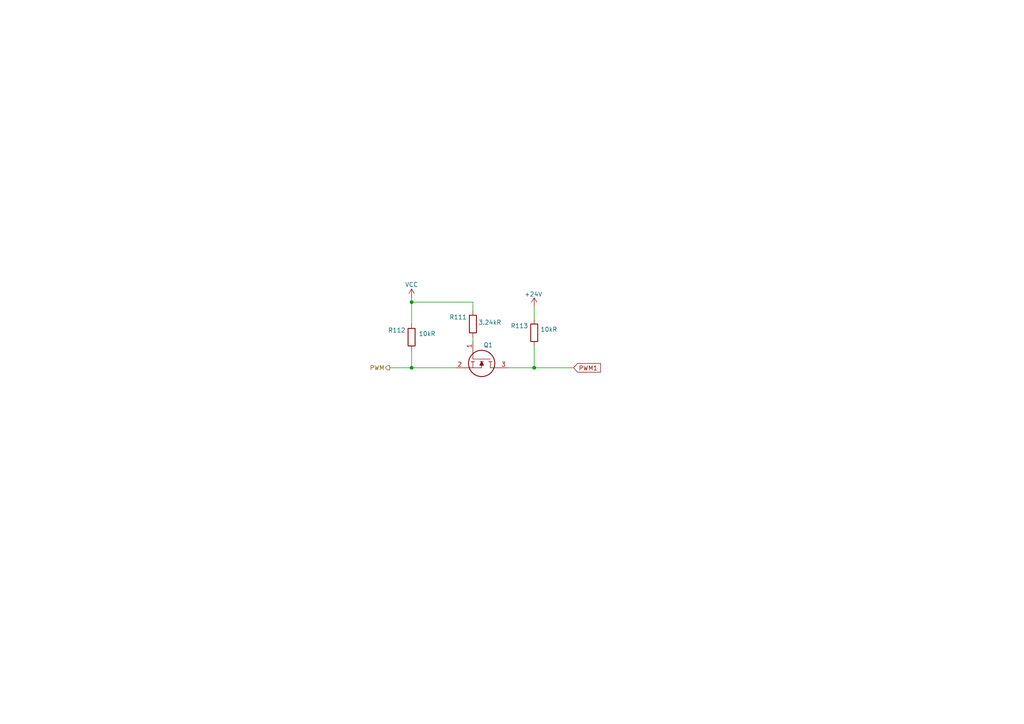
<source format=kicad_sch>
(kicad_sch (version 20231120) (generator "eeschema") (generator_version "8.0")
  (paper "A4")
  (title_block (title "PWM Level Shifter 24V"))
  (lib_symbols
    (symbol "Device:R" (pin_numbers hide) (pin_names (offset 0))
      (property "Reference" "R" (at 2.032 0 90))
      (property "Value" "R" (at 0 0 90))
      (symbol "R_0_1"
        (rectangle (start -1.016 -2.54) (end 1.016 2.54) (stroke (width 0.254)))
      )
      (symbol "R_1_1"
        (pin passive line (at 0 3.81 270) (length 1.27) (name "~") (number "1"))
        (pin passive line (at 0 -3.81 90) (length 1.27) (name "~") (number "2"))
      )
    )
    (symbol "Transistor_FET:TN2106K1-G" (pin_names (offset 0.762))
      (property "Reference" "Q" (at 11.43 3.81 0))
      (property "Value" "TN2106K1-G" (at 11.43 1.27 0))
      (symbol "TN2106K1-G_0_0"
        (pin passive line (at 0 0 0) (length 2.54) (name "~") (number "1"))
        (pin passive line (at 7.62 -5.08 90) (length 2.54) (name "~") (number "2"))
        (pin passive line (at 7.62 10.16 270) (length 2.54) (name "~") (number "3"))
      )
      (symbol "TN2106K1-G_0_1"
        (polyline (pts (xy 5.842 -0.508) (xy 5.842 0.508)) (stroke (width 0.1524)))
        (polyline (pts (xy 5.842 0) (xy 7.62 0)) (stroke (width 0.1524)))
        (polyline (pts (xy 5.842 2.032) (xy 5.842 3.048)) (stroke (width 0.1524)))
        (polyline (pts (xy 5.842 5.588) (xy 5.842 4.572)) (stroke (width 0.1524)))
        (polyline (pts (xy 7.62 2.54) (xy 5.842 2.54)) (stroke (width 0.1524)))
        (polyline (pts (xy 7.62 2.54) (xy 7.62 -2.54)) (stroke (width 0.1524)))
        (polyline (pts (xy 7.62 5.08) (xy 5.842 5.08)) (stroke (width 0.1524)))
        (polyline (pts (xy 7.62 5.08) (xy 7.62 7.62)) (stroke (width 0.1524)))
        (polyline (pts (xy 2.54 0) (xy 5.08 0) (xy 5.08 5.08)) (stroke (width 0.1524)))
        (polyline (pts (xy 5.842 2.54) (xy 6.858 3.048) (xy 6.858 2.032) (xy 5.842 2.54)) (stroke (width 0.254)) (fill (type outline)))
        (circle (center 6.35 2.54) (radius 3.81) (stroke (width 0.254)))
      )
    )
    (symbol "VCC_2" (power) (pin_numbers hide) (pin_names (offset 0) hide)
      (property "Value" "VCC" (at 0 3.556 0))
      (symbol "VCC_2_0_1"
        (polyline (pts (xy -0.762 1.27) (xy 0 2.54)))
        (polyline (pts (xy 0 0) (xy 0 2.54)))
        (polyline (pts (xy 0 2.54) (xy 0.762 1.27)))
      )
      (symbol "VCC_2_1_1"
        (pin power_in line (at 0 0 90) (length 0) (name "~") (number "1"))
      )
    )
    (symbol "power:+24V" (power) (pin_numbers hide) (pin_names (offset 0) hide)
      (property "Value" "+24V" (at 0 3.556 0))
      (symbol "+24V_0_1"
        (polyline (pts (xy -0.762 1.27) (xy 0 2.54)))
        (polyline (pts (xy 0 0) (xy 0 2.54)))
        (polyline (pts (xy 0 2.54) (xy 0.762 1.27)))
      )
      (symbol "+24V_1_1"
        (pin power_in line (at 0 0 90) (length 0) (name "~") (number "1"))
      )
    )
  )
  (junction (at 154.94 106.68))
  (junction (at 119.38 106.68))
  (junction (at 119.38 87.63))
  (wire (pts (xy 147.32 106.68) (xy 154.94 106.68)))
  (wire (pts (xy 119.38 106.68) (xy 132.08 106.68)))
  (wire (pts (xy 154.94 106.68) (xy 166.37 106.68)))
  (wire (pts (xy 137.16 97.79) (xy 137.16 99.06)))
  (wire (pts (xy 119.38 87.63) (xy 119.38 93.98)))
  (wire (pts (xy 154.94 100.33) (xy 154.94 106.68)))
  (wire (pts (xy 119.38 101.6) (xy 119.38 106.68)))
  (wire (pts (xy 113.03 106.68) (xy 119.38 106.68)))
  (wire (pts (xy 154.94 88.9) (xy 154.94 92.71)))
  (wire (pts (xy 119.38 86.36) (xy 119.38 87.63)))
  (wire (pts (xy 137.16 90.17) (xy 137.16 87.63)))
  (wire (pts (xy 137.16 87.63) (xy 119.38 87.63)))
  (global_label "PWM1" (shape input) (at 166.37 106.68 0) (property "Intersheetrefs" "${INTERSHEET_REFS}" (effects (hide yes))))
  (hierarchical_label "PWM" (shape output) (at 113.03 106.68 180))
  (symbol (lib_id "Device:R") (at 119.38 97.79 0) (unit 1)
    (property "Reference" "R112" (at 112.522 96.52 0) (effects (justify left bottom)))
    (property "Value" "10kR" (at 121.412 97.536 0) (effects (justify left bottom)))
    (property "Footprint" "Resistor_SMD:R_0805_2012Metric_Pad1.20x1.40mm_HandSolder" (effects (hide yes)))
    (property "Description" "AC0805FR-7W10KL" (effects (hide yes)))
  )
  (symbol (lib_id "Device:R") (at 154.94 96.52 0) (unit 1)
    (property "Reference" "R113" (at 148.082 95.25 0) (effects (justify left bottom)))
    (property "Value" "10kR" (at 156.718 96.266 0) (effects (justify left bottom)))
    (property "Footprint" "Resistor_SMD:R_0805_2012Metric_Pad1.20x1.40mm_HandSolder" (effects (hide yes)))
    (property "Description" "AC0805FR-7W10KL" (effects (hide yes)))
  )
  (symbol (lib_id "Device:R") (at 137.16 93.98 0) (unit 1)
    (property "Reference" "R111" (at 130.302 92.71 0) (effects (justify left bottom)))
    (property "Value" "3.24kR" (at 138.684 94.234 0) (effects (justify left bottom)))
    (property "Footprint" "Resistor_SMD:R_0805_2012Metric_Pad1.20x1.40mm_HandSolder" (effects (hide yes)))
    (property "Description" "ERJ-PB6B3241V" (effects (hide yes)))
  )
  (symbol (lib_id "power:+24V") (at 154.94 88.9 0) (unit 1)
    (property "Reference" "#PWR020" (effects (hide yes)))
    (property "Value" "+24V" (at 154.686 85.344 0))
    (property "Description" "Power symbol creates a global label with name \"+24V\"" (effects (hide yes)))
  )
  (symbol (lib_id "Transistor_FET:TN2106K1-G") (at 137.16 99.06 270) (unit 1)
    (property "Reference" "Q1" (at 140.208 100.076 90) (effects (justify left)))
    (property "Value" "TN2106K1-G" (effects (hide yes)))
    (property "Footprint" "Transistor_Power:SOT95P237X112-3N" (effects (hide yes)))
    (property "Datasheet" "https://4donline.ihs.com/images/VipMasterIC/IC/SUPR/SUPRS01795/SUPRS01795-1.pdf?hkey=EF798316E3902B6ED9A73243A3159BB0" (effects (hide yes)))
    (property "Description" "SOT-23-3" (effects (hide yes)))
    (property "Height" "1.12" (effects (hide yes)))
    (property "Mouser Part Number" "689-TN2106K1-G" (effects (hide yes)))
    (property "Mouser Price/Stock" "https://www.mouser.co.uk/ProductDetail/Microchip-Technology/TN2106K1-G?qs=HtXX7FUe5Saa3EQiSQSCfw%3D%3D" (effects (hide yes)))
    (property "Manufacturer_Name" "Microchip" (effects (hide yes)))
    (property "Manufacturer_Part_Number" "TN2106K1-G" (effects (hide yes)))
  )
  (symbol (lib_name "VCC_2") (lib_id "power:VCC") (at 119.38 86.36 0) (unit 1)
    (property "Reference" "#PWR019" (effects (hide yes)))
    (property "Value" "VCC" (at 119.38 82.55 0))
    (property "Description" "Power symbol creates a global label with name \"VCC\"" (effects (hide yes)))
  )
)
</source>
